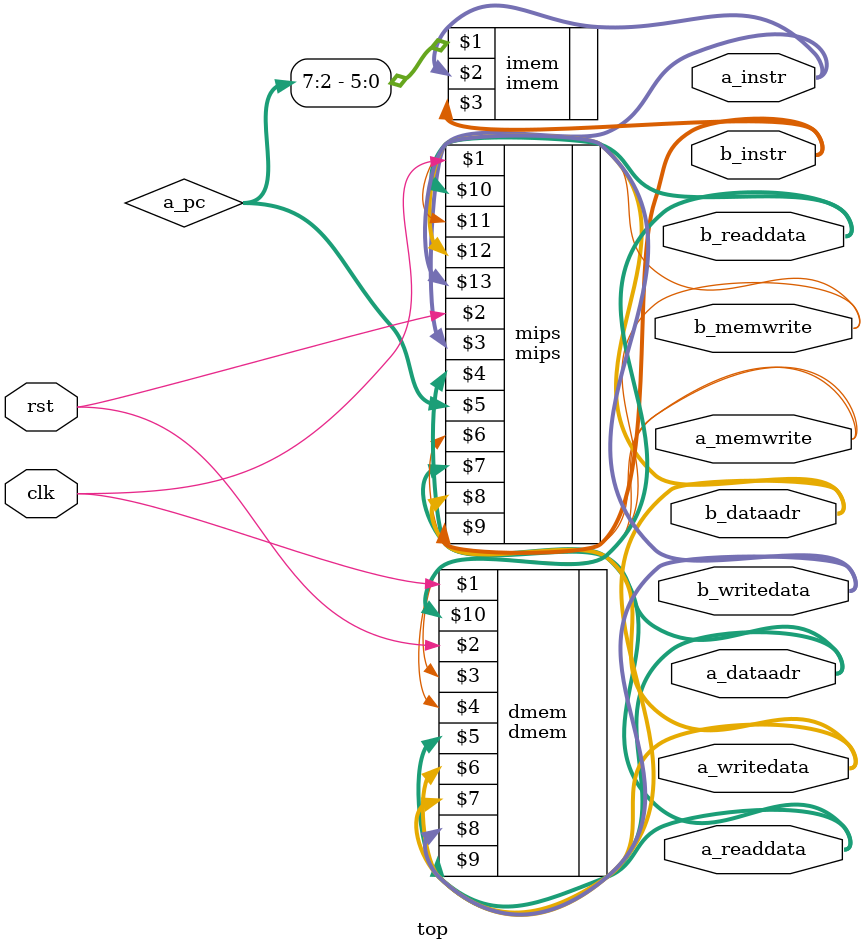
<source format=v>
`timescale 1ps/1ps

module top(input         clk, rst,
           output [31:0] a_writedata, a_readdata, a_dataadr,
           output        a_memwrite,
           output [31:0] a_instr,
           output [31:0] b_writedata, b_readdata, b_dataadr,
           output        b_memwrite,
           output [31:0] b_instr);

    wire [31:0] a_pc;
    wire [31:0] b_pc;
    assign b_pc = a_pc + 4;

    mips mips(clk, rst, a_instr, a_readdata, a_pc, a_memwrite, a_dataadr, a_writedata,
                        b_instr, b_readdata,       b_memwrite, b_dataadr, b_writedata);

    imem imem(a_pc[7:2], a_instr, b_instr);
    dmem dmem(clk, rst, a_memwrite, b_memwrite, a_dataadr, a_writedata, b_dataadr, b_writedata, a_readdata, b_readdata);

endmodule
</source>
